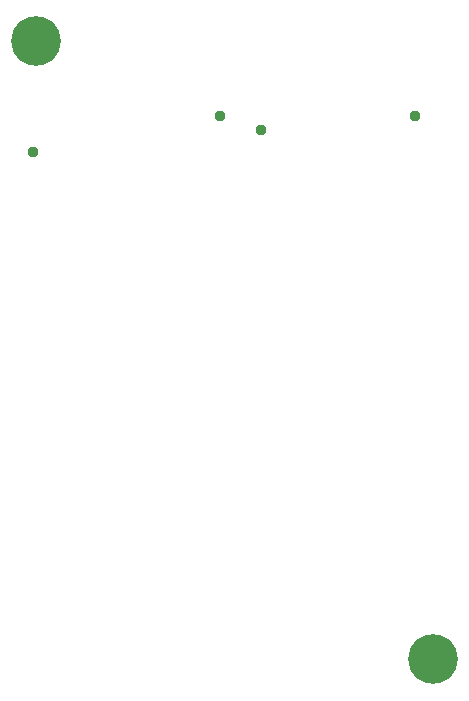
<source format=gbr>
G04 EAGLE Gerber RS-274X export*
G75*
%MOMM*%
%FSLAX34Y34*%
%LPD*%
%INSoldermask Bottom*%
%IPPOS*%
%AMOC8*
5,1,8,0,0,1.08239X$1,22.5*%
G01*
G04 Define Apertures*
%ADD10C,4.203700*%
%ADD11C,0.959600*%
D10*
X35052Y596648D03*
X371148Y73152D03*
D11*
X355600Y533400D03*
X190500Y533400D03*
X225806Y521208D03*
X32258Y503174D03*
M02*

</source>
